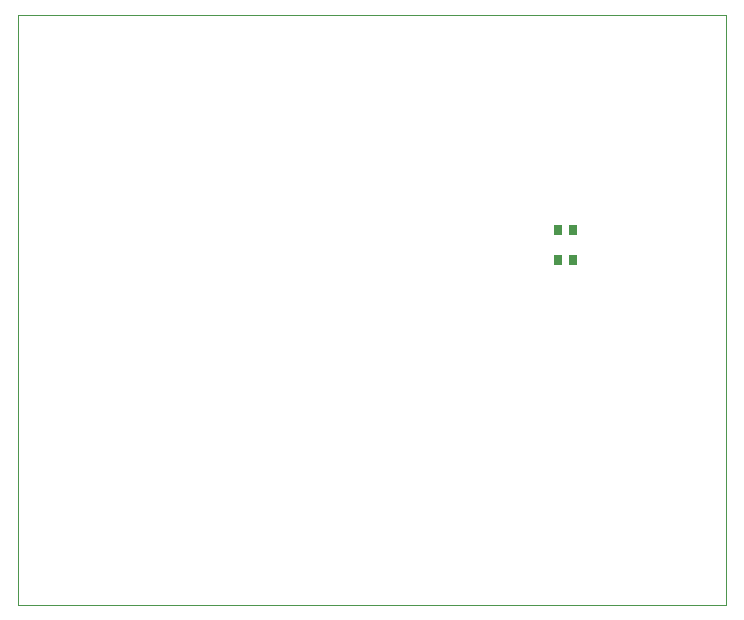
<source format=gbr>
%FSLAX34Y34*%
%MOMM*%
%LNSMDMASK_TOP*%
G71*
G01*
%ADD10C, 0.00*%
%ADD11R, 0.50X0.90*%
%ADD12R, 0.80X0.90*%
%LPD*%
G54D10*
X0Y500000D02*
X600000Y500000D01*
X600000Y0D01*
X0Y0D01*
X0Y500000D01*
X457200Y317500D02*
G54D11*
D03*
X469900Y317500D02*
G54D12*
D03*
X457200Y317500D02*
G54D12*
D03*
X457200Y292100D02*
G54D12*
D03*
X469900Y292100D02*
G54D12*
D03*
M02*

</source>
